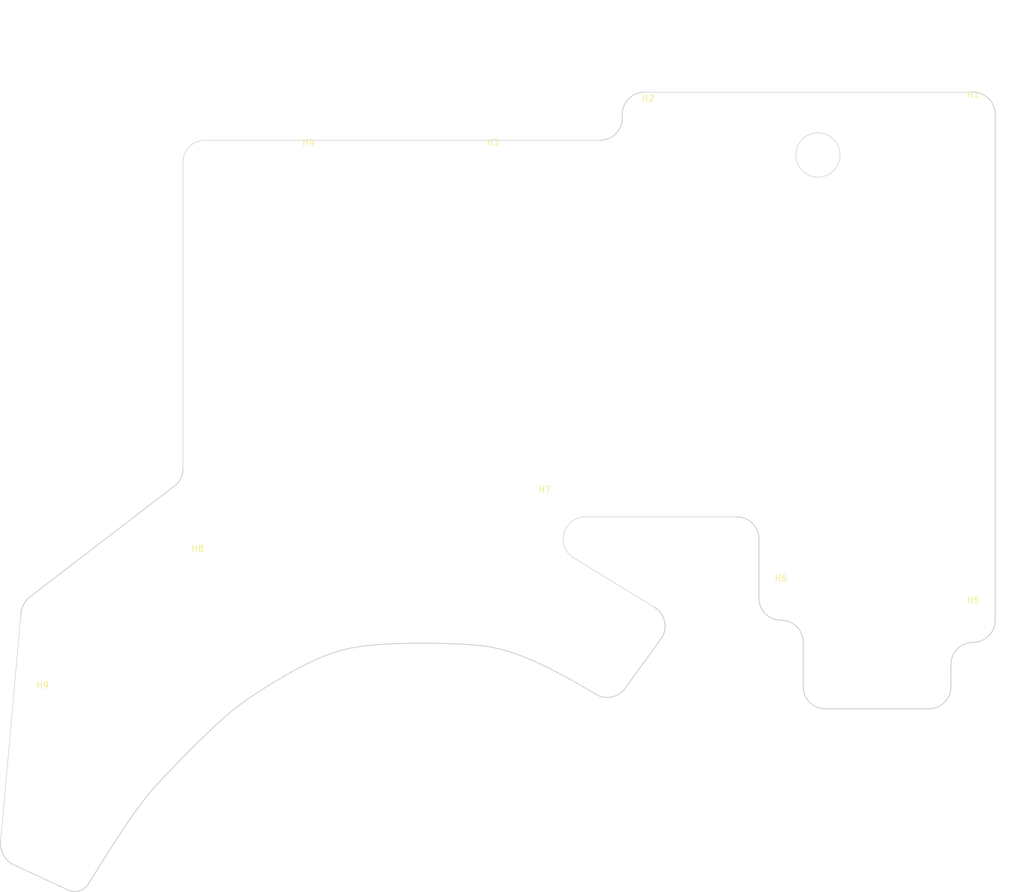
<source format=kicad_pcb>
(kicad_pcb (version 20221018) (generator pcbnew)
  (layers (0 "F.Cu" signal) (31 "B.Cu" signal) (34 "B.Paste" user) (35 "F.Paste" user) (36 "B.SilkS" user "B.Silkscreen") (37 "F.SilkS" user "F.Silkscreen") (38 "B.Mask" user) (39 "F.Mask" user) (44 "Edge.Cuts" user))
  (net 0 "")
  (footprint "MountingHole:MountingHole_2.2mm_M2" (layer "F.Cu") (at 100.012584 160.73451)
    (fp_text reference "H3" (at 0 -3.2) (layer "F.SilkS"))
    (fp_text value "MountingHole")
    (pad "" np_thru_hole circle (at 0 0) (size 2.2 2.2) (drill 2.2) (layers "*.Cu" "*.Mask"))
  )
  (footprint "MountingHole:MountingHole_2.2mm_M2" (layer "F.Cu") (at 52.387544 226.21894)
    (fp_text reference "H8" (at 0 -3.2) (layer "F.SilkS"))
    (fp_text value "MountingHole")
    (pad "" np_thru_hole circle (at 0 0) (size 2.2 2.2) (drill 2.2) (layers "*.Cu" "*.Mask"))
  )
  (footprint "MountingHole:MountingHole_2.2mm_M2" (layer "F.Cu") (at 146.446998 230.981444)
    (fp_text reference "H6" (at 0 -3.2) (layer "F.SilkS"))
    (fp_text value "MountingHole")
    (pad "" np_thru_hole circle (at 0 0) (size 2.2 2.2) (drill 2.2) (layers "*.Cu" "*.Mask"))
  )
  (footprint "MountingHole:MountingHole_2.2mm_M2" (layer "F.Cu") (at 27.384398 248.245521)
    (fp_text reference "H9" (at 0 -3.2) (layer "F.SilkS"))
    (fp_text value "MountingHole")
    (pad "" np_thru_hole circle (at 0 0) (size 2.2 2.2) (drill 2.2) (layers "*.Cu" "*.Mask"))
  )
  (footprint "MountingHole:MountingHole_2.2mm_M2" (layer "F.Cu") (at 125.01573 153.590754)
    (fp_text reference "H2" (at 0 -3.2) (layer "F.SilkS"))
    (fp_text value "MountingHole")
    (pad "" np_thru_hole circle (at 0 0) (size 2.2 2.2) (drill 2.2) (layers "*.Cu" "*.Mask"))
  )
  (footprint "MountingHole:MountingHole_2.2mm_M2" (layer "F.Cu") (at 177.403274 152.995441)
    (fp_text reference "H1" (at 0 -3.2) (layer "F.SilkS"))
    (fp_text value "MountingHole")
    (pad "" np_thru_hole circle (at 0 0) (size 2.2 2.2) (drill 2.2) (layers "*.Cu" "*.Mask"))
  )
  (footprint "MountingHole:MountingHole_2.2mm_M2" (layer "F.Cu") (at 177.403274 234.553322)
    (fp_text reference "H5" (at 0 -3.2) (layer "F.SilkS"))
    (fp_text value "MountingHole")
    (pad "" np_thru_hole circle (at 0 0) (size 2.2 2.2) (drill 2.2) (layers "*.Cu" "*.Mask"))
  )
  (footprint "MountingHole:MountingHole_2.2mm_M2" (layer "F.Cu") (at 70.246934 160.73451)
    (fp_text reference "H4" (at 0 -3.2) (layer "F.SilkS"))
    (fp_text value "MountingHole")
    (pad "" np_thru_hole circle (at 0 0) (size 2.2 2.2) (drill 2.2) (layers "*.Cu" "*.Mask"))
  )
  (footprint "MountingHole:MountingHole_2.2mm_M2" (layer "F.Cu") (at 108.346966 216.693932)
    (fp_text reference "H7" (at 0 -3.2) (layer "F.SilkS"))
    (fp_text value "MountingHole")
    (pad "" np_thru_hole circle (at 0 0) (size 2.2 2.2) (drill 2.2) (layers "*.Cu" "*.Mask"))
  )
  (gr_arc (start 180.975072 234.553323) (mid 179.928887 237.07901) (end 177.403194 238.125153) (stroke (width 0.16)) (layer "Edge.Cuts"))
  (gr_arc (start 153.590722 248.840883) (mid 151.064986 247.794735) (end 150.018797 245.269005) (stroke (width 0.16)) (layer "Edge.Cuts"))
  (gr_curve (pts (xy 47.046763 259.720287) (xy 44.318096 262.59762) (xy 42.234096 264.97862) (xy 34.939194 276.799194)) (stroke (width 0.16)) (layer "Edge.Cuts"))
  (gr_arc (start 113.057693 224.519295) (mid 111.453138 220.502982) (end 114.895409 217.884559) (stroke (width 0.1)) (layer "Edge.Cuts"))
  (gr_line (start 113.057693 224.519295) (end 125.965372 232.424545) (stroke (width 0.1)) (layer "Edge.Cuts"))
  (gr_line (start 25.654149 230.55069) (end 48.960066 212.671218) (stroke (width 0.16)) (layer "Edge.Cuts"))
  (gr_arc (start 50.00626 210.145522) (mid 49.734336 211.51241) (end 48.960066 212.671218) (stroke (width 0.16)) (layer "Edge.Cuts"))
  (gr_arc (start 139.303242 217.884558) (mid 141.828978 218.93073) (end 142.875142 221.456469) (stroke (width 0.16)) (layer "Edge.Cuts"))
  (gr_arc (start 177.402958 149.423848) (mid 179.928704 150.469984) (end 180.974883 152.995726) (stroke (width 0.16)) (layer "Edge.Cuts"))
  (gr_circle (center 152.4 159.544) (end 152.400128 163.115762) (stroke (width 0.1)) (fill none) (layer "Edge.Cuts"))
  (gr_curve (pts (xy 62.474929 245.928453) (xy 59.696763 247.714287) (xy 58.109429 248.904953) (xy 55.629096 251.18712)) (stroke (width 0.16)) (layer "Edge.Cuts"))
  (gr_line (start 23.854315 233.958009) (end 20.61189 270.253335) (stroke (width 0.1)) (layer "Edge.Cuts"))
  (gr_arc (start 173.831316 241.697078) (mid 174.877499 239.17136) (end 177.403194 238.125153) (stroke (width 0.16)) (layer "Edge.Cuts"))
  (gr_line (start 121.52788 245.216529) (end 127.272811 237.303844) (stroke (width 0.16)) (layer "Edge.Cuts"))
  (gr_arc (start 120.848539 153.590787) (mid 119.802306 156.116435) (end 117.276661 157.162712) (stroke (width 0.16)) (layer "Edge.Cuts"))
  (gr_line (start 22.790864 274.006712) (end 31.469291 278.042331) (stroke (width 0.16)) (layer "Edge.Cuts"))
  (gr_arc (start 146.446919 234.553322) (mid 148.972673 235.599472) (end 150.018844 238.1252) (stroke (width 0.16)) (layer "Edge.Cuts"))
  (gr_line (start 153.590722 248.840883) (end 170.259486 248.84093) (stroke (width 0.16)) (layer "Edge.Cuts"))
  (gr_line (start 180.974883 152.995726) (end 180.975072 234.553323) (stroke (width 0.16)) (layer "Edge.Cuts"))
  (gr_line (start 150.018797 245.269005) (end 150.018844 238.1252) (stroke (width 0.16)) (layer "Edge.Cuts"))
  (gr_line (start 173.831364 245.269005) (end 173.831316 241.697078) (stroke (width 0.16)) (layer "Edge.Cuts"))
  (gr_line (start 142.875088 221.456469) (end 142.874994 230.981444) (stroke (width 0.16)) (layer "Edge.Cuts"))
  (gr_line (start 50.006292 160.73451) (end 50.00626 210.145522) (stroke (width 0.1)) (layer "Edge.Cuts"))
  (gr_curve (pts (xy 72.694763 240.37262) (xy 69.222096 241.76162) (xy 65.253096 244.14262) (xy 62.474929 245.928453)) (stroke (width 0.16)) (layer "Edge.Cuts"))
  (gr_arc (start 121.52788 245.216529) (mid 119.358946 246.880567) (end 116.648596 246.52362) (stroke (width 0.16)) (layer "Edge.Cuts"))
  (gr_line (start 177.402958 149.423848) (end 124.420417 149.423563) (stroke (width 0.1)) (layer "Edge.Cuts"))
  (gr_arc (start 23.854315 233.958009) (mid 24.331924 232.031276) (end 25.654149 230.55069) (stroke (width 0.16)) (layer "Edge.Cuts"))
  (gr_curve (pts (xy 116.648596 246.52362) (xy 104.742096 239.38062) (xy 100.575096 238.78512) (xy 96.110263 238.48737)) (stroke (width 0.16)) (layer "Edge.Cuts"))
  (gr_curve (pts (xy 83.013263 238.38812) (xy 79.143763 238.58662) (xy 76.167429 238.98362) (xy 72.694763 240.37262)) (stroke (width 0.16)) (layer "Edge.Cuts"))
  (gr_arc (start 125.965372 232.424545) (mid 127.629599 234.593413) (end 127.272811 237.303844) (stroke (width 0.16)) (layer "Edge.Cuts"))
  (gr_arc (start 22.790864 274.006711) (mid 21.111019 272.472748) (end 20.61189 270.253335) (stroke (width 0.16)) (layer "Edge.Cuts"))
  (gr_arc (start 50.006292 160.73451) (mid 51.05247 158.20881) (end 53.57817 157.162632) (stroke (width 0.1)) (layer "Edge.Cuts"))
  (gr_curve (pts (xy 55.629096 251.18712) (xy 53.148763 253.469287) (xy 49.775429 256.842953) (xy 47.046763 259.720287)) (stroke (width 0.16)) (layer "Edge.Cuts"))
  (gr_arc (start 120.848539 152.995488) (mid 121.894708 150.469759) (end 124.420417 149.423563) (stroke (width 0.16)) (layer "Edge.Cuts"))
  (gr_curve (pts (xy 96.110263 238.48737) (xy 91.645429 238.18962) (xy 86.882763 238.18962) (xy 83.013263 238.38812)) (stroke (width 0.16)) (layer "Edge.Cuts"))
  (gr_arc (start 34.939194 276.799194) (mid 33.459497 278.133241) (end 31.469291 278.042331) (stroke (width 0.16)) (layer "Edge.Cuts"))
  (gr_line (start 139.303242 217.884558) (end 114.895409 217.884559) (stroke (width 0.1)) (layer "Edge.Cuts"))
  (gr_line (start 120.848539 153.590754) (end 120.848539 152.995488) (stroke (width 0.16)) (layer "Edge.Cuts"))
  (gr_arc (start 146.446919 234.553322) (mid 143.921224 233.507123) (end 142.874994 230.981444) (stroke (width 0.16)) (layer "Edge.Cuts"))
  (gr_arc (start 173.831364 245.269005) (mid 172.785212 247.794744) (end 170.259486 248.84093) (stroke (width 0.16)) (layer "Edge.Cuts"))
  (gr_line (start 117.276661 157.162712) (end 53.57817 157.162632) (stroke (width 0.1)) (layer "Edge.Cuts"))
)
</source>
